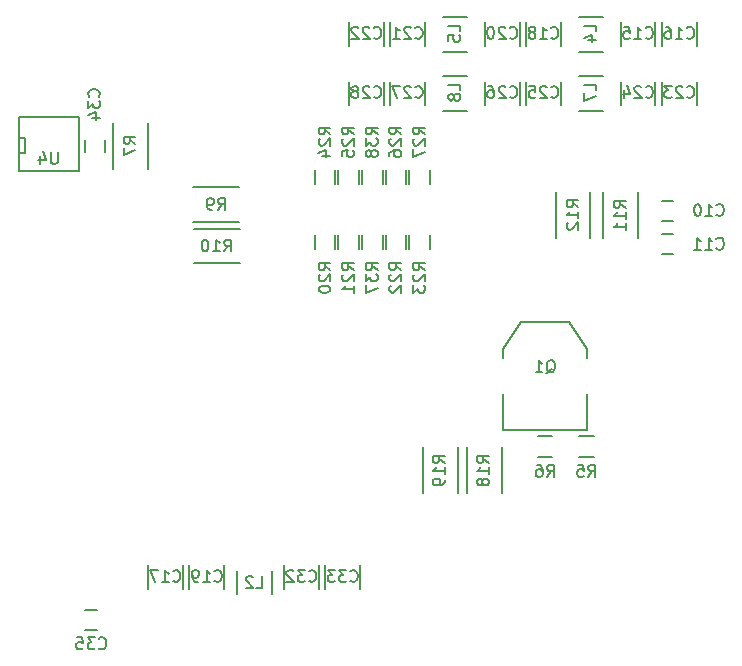
<source format=gbo>
G04 #@! TF.FileFunction,Legend,Bot*
%FSLAX46Y46*%
G04 Gerber Fmt 4.6, Leading zero omitted, Abs format (unit mm)*
G04 Created by KiCad (PCBNEW 4.0.5+dfsg1-4) date Tue May 30 16:14:19 2017*
%MOMM*%
%LPD*%
G01*
G04 APERTURE LIST*
%ADD10C,0.100000*%
%ADD11C,0.150000*%
%ADD12C,1.200000*%
%ADD13R,1.200000X2.700000*%
%ADD14R,1.200000X1.450000*%
%ADD15R,0.708000X1.343000*%
%ADD16R,1.927200X1.927200*%
%ADD17O,1.927200X1.927200*%
%ADD18R,2.700000X1.200000*%
%ADD19R,1.450000X1.200000*%
%ADD20R,3.857600X2.232000*%
%ADD21R,1.216000X2.232000*%
%ADD22R,0.900000X1.500000*%
%ADD23C,12.200000*%
%ADD24R,1.500000X0.900000*%
%ADD25R,2.232000X2.232000*%
%ADD26O,2.232000X2.232000*%
%ADD27C,2.232000*%
%ADD28C,1.724000*%
%ADD29R,1.927200X2.232000*%
%ADD30O,1.927200X2.232000*%
G04 APERTURE END LIST*
D10*
D11*
X88224788Y-83525000D02*
X84324788Y-83525000D01*
X84324788Y-86475000D02*
X88224788Y-86475000D01*
X125000000Y-89202346D02*
X124000000Y-89202346D01*
X124000000Y-87502346D02*
X125000000Y-87502346D01*
X69555000Y-82111000D02*
X74635000Y-82111000D01*
X74635000Y-82111000D02*
X74635000Y-77539000D01*
X74635000Y-77539000D02*
X69555000Y-77539000D01*
X69555000Y-77539000D02*
X69555000Y-82111000D01*
X69555000Y-80587000D02*
X70063000Y-80587000D01*
X70063000Y-80587000D02*
X70063000Y-79317000D01*
X70063000Y-79317000D02*
X69555000Y-79317000D01*
X120525000Y-71573638D02*
X120525000Y-69573638D01*
X123475000Y-69573638D02*
X123475000Y-71573638D01*
X124025000Y-71573638D02*
X124025000Y-69573638D01*
X126975000Y-69573638D02*
X126975000Y-71573638D01*
X83475000Y-115500000D02*
X83475000Y-117500000D01*
X80525000Y-117500000D02*
X80525000Y-115500000D01*
X112525000Y-71573638D02*
X112525000Y-69573638D01*
X115475000Y-69573638D02*
X115475000Y-71573638D01*
X86975000Y-115500000D02*
X86975000Y-117500000D01*
X84025000Y-117500000D02*
X84025000Y-115500000D01*
X109025000Y-71573638D02*
X109025000Y-69573638D01*
X111975000Y-69573638D02*
X111975000Y-71573638D01*
X101025000Y-71573638D02*
X101025000Y-69573638D01*
X103975000Y-69573638D02*
X103975000Y-71573638D01*
X97525000Y-71573638D02*
X97525000Y-69573638D01*
X100475000Y-69573638D02*
X100475000Y-71573638D01*
X124025000Y-76573638D02*
X124025000Y-74573638D01*
X126975000Y-74573638D02*
X126975000Y-76573638D01*
X120525000Y-76573638D02*
X120525000Y-74573638D01*
X123475000Y-74573638D02*
X123475000Y-76573638D01*
X112525000Y-76573638D02*
X112525000Y-74573638D01*
X115475000Y-74573638D02*
X115475000Y-76573638D01*
X109025000Y-76573638D02*
X109025000Y-74573638D01*
X111975000Y-74573638D02*
X111975000Y-76573638D01*
X101025000Y-76573638D02*
X101025000Y-74573638D01*
X103975000Y-74573638D02*
X103975000Y-76573638D01*
X97525000Y-76573638D02*
X97525000Y-74573638D01*
X100475000Y-74573638D02*
X100475000Y-76573638D01*
X94975000Y-115500000D02*
X94975000Y-117500000D01*
X92025000Y-117500000D02*
X92025000Y-115500000D01*
X98475000Y-115500000D02*
X98475000Y-117500000D01*
X95525000Y-117500000D02*
X95525000Y-115500000D01*
X75150000Y-80500000D02*
X75150000Y-79500000D01*
X76850000Y-79500000D02*
X76850000Y-80500000D01*
X75202876Y-119340452D02*
X76202876Y-119340452D01*
X76202876Y-121040452D02*
X75202876Y-121040452D01*
X90975000Y-116000000D02*
X90975000Y-118000000D01*
X88025000Y-118000000D02*
X88025000Y-116000000D01*
X117000000Y-69098638D02*
X119000000Y-69098638D01*
X119000000Y-72048638D02*
X117000000Y-72048638D01*
X105500000Y-69098638D02*
X107500000Y-69098638D01*
X107500000Y-72048638D02*
X105500000Y-72048638D01*
X119000000Y-77048638D02*
X117000000Y-77048638D01*
X117000000Y-74098638D02*
X119000000Y-74098638D01*
X107500000Y-77048638D02*
X105500000Y-77048638D01*
X105500000Y-74098638D02*
X107500000Y-74098638D01*
X117694692Y-101008396D02*
X117694692Y-104056396D01*
X117694692Y-104056396D02*
X110582692Y-104056396D01*
X110582692Y-104056396D02*
X110582692Y-101008396D01*
X117694692Y-97960396D02*
X117694692Y-97198396D01*
X117694692Y-97198396D02*
X116170692Y-94912396D01*
X116170692Y-94912396D02*
X112106692Y-94912396D01*
X112106692Y-94912396D02*
X110582692Y-97198396D01*
X110582692Y-97198396D02*
X110582692Y-97960396D01*
X118238692Y-104609396D02*
X117038692Y-104609396D01*
X117038692Y-106359396D02*
X118238692Y-106359396D01*
X114738692Y-104609396D02*
X113538692Y-104609396D01*
X113538692Y-106359396D02*
X114738692Y-106359396D01*
X77525000Y-78050000D02*
X77525000Y-81950000D01*
X80475000Y-81950000D02*
X80475000Y-78050000D01*
X88274788Y-87025000D02*
X84374788Y-87025000D01*
X84374788Y-89975000D02*
X88274788Y-89975000D01*
X121975000Y-87852346D02*
X121975000Y-83952346D01*
X119025000Y-83952346D02*
X119025000Y-87852346D01*
X117975000Y-87802346D02*
X117975000Y-83902346D01*
X115025000Y-83902346D02*
X115025000Y-87802346D01*
X110475000Y-109450000D02*
X110475000Y-105550000D01*
X107525000Y-105550000D02*
X107525000Y-109450000D01*
X106725000Y-109450000D02*
X106725000Y-105550000D01*
X103775000Y-105550000D02*
X103775000Y-109450000D01*
X94625000Y-87583272D02*
X94625000Y-88783272D01*
X96375000Y-88783272D02*
X96375000Y-87583272D01*
X96625000Y-87583272D02*
X96625000Y-88783272D01*
X98375000Y-88783272D02*
X98375000Y-87583272D01*
X100625000Y-87583272D02*
X100625000Y-88783272D01*
X102375000Y-88783272D02*
X102375000Y-87583272D01*
X102625000Y-87583272D02*
X102625000Y-88783272D01*
X104375000Y-88783272D02*
X104375000Y-87583272D01*
X94625000Y-82083272D02*
X94625000Y-83283272D01*
X96375000Y-83283272D02*
X96375000Y-82083272D01*
X96625000Y-82083272D02*
X96625000Y-83283272D01*
X98375000Y-83283272D02*
X98375000Y-82083272D01*
X100625000Y-82083272D02*
X100625000Y-83283272D01*
X102375000Y-83283272D02*
X102375000Y-82083272D01*
X102625000Y-82083272D02*
X102625000Y-83283272D01*
X104375000Y-83283272D02*
X104375000Y-82083272D01*
X98625000Y-87583272D02*
X98625000Y-88783272D01*
X100375000Y-88783272D02*
X100375000Y-87583272D01*
X98625000Y-82083272D02*
X98625000Y-83283272D01*
X100375000Y-83283272D02*
X100375000Y-82083272D01*
X125000000Y-86350000D02*
X124000000Y-86350000D01*
X124000000Y-84650000D02*
X125000000Y-84650000D01*
X86441454Y-85452381D02*
X86774788Y-84976190D01*
X87012883Y-85452381D02*
X87012883Y-84452381D01*
X86631930Y-84452381D01*
X86536692Y-84500000D01*
X86489073Y-84547619D01*
X86441454Y-84642857D01*
X86441454Y-84785714D01*
X86489073Y-84880952D01*
X86536692Y-84928571D01*
X86631930Y-84976190D01*
X87012883Y-84976190D01*
X85965264Y-85452381D02*
X85774788Y-85452381D01*
X85679549Y-85404762D01*
X85631930Y-85357143D01*
X85536692Y-85214286D01*
X85489073Y-85023810D01*
X85489073Y-84642857D01*
X85536692Y-84547619D01*
X85584311Y-84500000D01*
X85679549Y-84452381D01*
X85870026Y-84452381D01*
X85965264Y-84500000D01*
X86012883Y-84547619D01*
X86060502Y-84642857D01*
X86060502Y-84880952D01*
X86012883Y-84976190D01*
X85965264Y-85023810D01*
X85870026Y-85071429D01*
X85679549Y-85071429D01*
X85584311Y-85023810D01*
X85536692Y-84976190D01*
X85489073Y-84880952D01*
X128642857Y-88709489D02*
X128690476Y-88757108D01*
X128833333Y-88804727D01*
X128928571Y-88804727D01*
X129071429Y-88757108D01*
X129166667Y-88661870D01*
X129214286Y-88566632D01*
X129261905Y-88376156D01*
X129261905Y-88233298D01*
X129214286Y-88042822D01*
X129166667Y-87947584D01*
X129071429Y-87852346D01*
X128928571Y-87804727D01*
X128833333Y-87804727D01*
X128690476Y-87852346D01*
X128642857Y-87899965D01*
X127690476Y-88804727D02*
X128261905Y-88804727D01*
X127976191Y-88804727D02*
X127976191Y-87804727D01*
X128071429Y-87947584D01*
X128166667Y-88042822D01*
X128261905Y-88090441D01*
X126738095Y-88804727D02*
X127309524Y-88804727D01*
X127023810Y-88804727D02*
X127023810Y-87804727D01*
X127119048Y-87947584D01*
X127214286Y-88042822D01*
X127309524Y-88090441D01*
X72856905Y-80547381D02*
X72856905Y-81356905D01*
X72809286Y-81452143D01*
X72761667Y-81499762D01*
X72666429Y-81547381D01*
X72475952Y-81547381D01*
X72380714Y-81499762D01*
X72333095Y-81452143D01*
X72285476Y-81356905D01*
X72285476Y-80547381D01*
X71380714Y-80880714D02*
X71380714Y-81547381D01*
X71618810Y-80499762D02*
X71856905Y-81214048D01*
X71237857Y-81214048D01*
X122642857Y-70857143D02*
X122690476Y-70904762D01*
X122833333Y-70952381D01*
X122928571Y-70952381D01*
X123071429Y-70904762D01*
X123166667Y-70809524D01*
X123214286Y-70714286D01*
X123261905Y-70523810D01*
X123261905Y-70380952D01*
X123214286Y-70190476D01*
X123166667Y-70095238D01*
X123071429Y-70000000D01*
X122928571Y-69952381D01*
X122833333Y-69952381D01*
X122690476Y-70000000D01*
X122642857Y-70047619D01*
X121690476Y-70952381D02*
X122261905Y-70952381D01*
X121976191Y-70952381D02*
X121976191Y-69952381D01*
X122071429Y-70095238D01*
X122166667Y-70190476D01*
X122261905Y-70238095D01*
X120785714Y-69952381D02*
X121261905Y-69952381D01*
X121309524Y-70428571D01*
X121261905Y-70380952D01*
X121166667Y-70333333D01*
X120928571Y-70333333D01*
X120833333Y-70380952D01*
X120785714Y-70428571D01*
X120738095Y-70523810D01*
X120738095Y-70761905D01*
X120785714Y-70857143D01*
X120833333Y-70904762D01*
X120928571Y-70952381D01*
X121166667Y-70952381D01*
X121261905Y-70904762D01*
X121309524Y-70857143D01*
X126142857Y-70857143D02*
X126190476Y-70904762D01*
X126333333Y-70952381D01*
X126428571Y-70952381D01*
X126571429Y-70904762D01*
X126666667Y-70809524D01*
X126714286Y-70714286D01*
X126761905Y-70523810D01*
X126761905Y-70380952D01*
X126714286Y-70190476D01*
X126666667Y-70095238D01*
X126571429Y-70000000D01*
X126428571Y-69952381D01*
X126333333Y-69952381D01*
X126190476Y-70000000D01*
X126142857Y-70047619D01*
X125190476Y-70952381D02*
X125761905Y-70952381D01*
X125476191Y-70952381D02*
X125476191Y-69952381D01*
X125571429Y-70095238D01*
X125666667Y-70190476D01*
X125761905Y-70238095D01*
X124333333Y-69952381D02*
X124523810Y-69952381D01*
X124619048Y-70000000D01*
X124666667Y-70047619D01*
X124761905Y-70190476D01*
X124809524Y-70380952D01*
X124809524Y-70761905D01*
X124761905Y-70857143D01*
X124714286Y-70904762D01*
X124619048Y-70952381D01*
X124428571Y-70952381D01*
X124333333Y-70904762D01*
X124285714Y-70857143D01*
X124238095Y-70761905D01*
X124238095Y-70523810D01*
X124285714Y-70428571D01*
X124333333Y-70380952D01*
X124428571Y-70333333D01*
X124619048Y-70333333D01*
X124714286Y-70380952D01*
X124761905Y-70428571D01*
X124809524Y-70523810D01*
X82642857Y-116857143D02*
X82690476Y-116904762D01*
X82833333Y-116952381D01*
X82928571Y-116952381D01*
X83071429Y-116904762D01*
X83166667Y-116809524D01*
X83214286Y-116714286D01*
X83261905Y-116523810D01*
X83261905Y-116380952D01*
X83214286Y-116190476D01*
X83166667Y-116095238D01*
X83071429Y-116000000D01*
X82928571Y-115952381D01*
X82833333Y-115952381D01*
X82690476Y-116000000D01*
X82642857Y-116047619D01*
X81690476Y-116952381D02*
X82261905Y-116952381D01*
X81976191Y-116952381D02*
X81976191Y-115952381D01*
X82071429Y-116095238D01*
X82166667Y-116190476D01*
X82261905Y-116238095D01*
X81357143Y-115952381D02*
X80690476Y-115952381D01*
X81119048Y-116952381D01*
X114642857Y-70857143D02*
X114690476Y-70904762D01*
X114833333Y-70952381D01*
X114928571Y-70952381D01*
X115071429Y-70904762D01*
X115166667Y-70809524D01*
X115214286Y-70714286D01*
X115261905Y-70523810D01*
X115261905Y-70380952D01*
X115214286Y-70190476D01*
X115166667Y-70095238D01*
X115071429Y-70000000D01*
X114928571Y-69952381D01*
X114833333Y-69952381D01*
X114690476Y-70000000D01*
X114642857Y-70047619D01*
X113690476Y-70952381D02*
X114261905Y-70952381D01*
X113976191Y-70952381D02*
X113976191Y-69952381D01*
X114071429Y-70095238D01*
X114166667Y-70190476D01*
X114261905Y-70238095D01*
X113119048Y-70380952D02*
X113214286Y-70333333D01*
X113261905Y-70285714D01*
X113309524Y-70190476D01*
X113309524Y-70142857D01*
X113261905Y-70047619D01*
X113214286Y-70000000D01*
X113119048Y-69952381D01*
X112928571Y-69952381D01*
X112833333Y-70000000D01*
X112785714Y-70047619D01*
X112738095Y-70142857D01*
X112738095Y-70190476D01*
X112785714Y-70285714D01*
X112833333Y-70333333D01*
X112928571Y-70380952D01*
X113119048Y-70380952D01*
X113214286Y-70428571D01*
X113261905Y-70476190D01*
X113309524Y-70571429D01*
X113309524Y-70761905D01*
X113261905Y-70857143D01*
X113214286Y-70904762D01*
X113119048Y-70952381D01*
X112928571Y-70952381D01*
X112833333Y-70904762D01*
X112785714Y-70857143D01*
X112738095Y-70761905D01*
X112738095Y-70571429D01*
X112785714Y-70476190D01*
X112833333Y-70428571D01*
X112928571Y-70380952D01*
X86142857Y-116857143D02*
X86190476Y-116904762D01*
X86333333Y-116952381D01*
X86428571Y-116952381D01*
X86571429Y-116904762D01*
X86666667Y-116809524D01*
X86714286Y-116714286D01*
X86761905Y-116523810D01*
X86761905Y-116380952D01*
X86714286Y-116190476D01*
X86666667Y-116095238D01*
X86571429Y-116000000D01*
X86428571Y-115952381D01*
X86333333Y-115952381D01*
X86190476Y-116000000D01*
X86142857Y-116047619D01*
X85190476Y-116952381D02*
X85761905Y-116952381D01*
X85476191Y-116952381D02*
X85476191Y-115952381D01*
X85571429Y-116095238D01*
X85666667Y-116190476D01*
X85761905Y-116238095D01*
X84714286Y-116952381D02*
X84523810Y-116952381D01*
X84428571Y-116904762D01*
X84380952Y-116857143D01*
X84285714Y-116714286D01*
X84238095Y-116523810D01*
X84238095Y-116142857D01*
X84285714Y-116047619D01*
X84333333Y-116000000D01*
X84428571Y-115952381D01*
X84619048Y-115952381D01*
X84714286Y-116000000D01*
X84761905Y-116047619D01*
X84809524Y-116142857D01*
X84809524Y-116380952D01*
X84761905Y-116476190D01*
X84714286Y-116523810D01*
X84619048Y-116571429D01*
X84428571Y-116571429D01*
X84333333Y-116523810D01*
X84285714Y-116476190D01*
X84238095Y-116380952D01*
X111142857Y-70857143D02*
X111190476Y-70904762D01*
X111333333Y-70952381D01*
X111428571Y-70952381D01*
X111571429Y-70904762D01*
X111666667Y-70809524D01*
X111714286Y-70714286D01*
X111761905Y-70523810D01*
X111761905Y-70380952D01*
X111714286Y-70190476D01*
X111666667Y-70095238D01*
X111571429Y-70000000D01*
X111428571Y-69952381D01*
X111333333Y-69952381D01*
X111190476Y-70000000D01*
X111142857Y-70047619D01*
X110761905Y-70047619D02*
X110714286Y-70000000D01*
X110619048Y-69952381D01*
X110380952Y-69952381D01*
X110285714Y-70000000D01*
X110238095Y-70047619D01*
X110190476Y-70142857D01*
X110190476Y-70238095D01*
X110238095Y-70380952D01*
X110809524Y-70952381D01*
X110190476Y-70952381D01*
X109571429Y-69952381D02*
X109476190Y-69952381D01*
X109380952Y-70000000D01*
X109333333Y-70047619D01*
X109285714Y-70142857D01*
X109238095Y-70333333D01*
X109238095Y-70571429D01*
X109285714Y-70761905D01*
X109333333Y-70857143D01*
X109380952Y-70904762D01*
X109476190Y-70952381D01*
X109571429Y-70952381D01*
X109666667Y-70904762D01*
X109714286Y-70857143D01*
X109761905Y-70761905D01*
X109809524Y-70571429D01*
X109809524Y-70333333D01*
X109761905Y-70142857D01*
X109714286Y-70047619D01*
X109666667Y-70000000D01*
X109571429Y-69952381D01*
X103142857Y-70857143D02*
X103190476Y-70904762D01*
X103333333Y-70952381D01*
X103428571Y-70952381D01*
X103571429Y-70904762D01*
X103666667Y-70809524D01*
X103714286Y-70714286D01*
X103761905Y-70523810D01*
X103761905Y-70380952D01*
X103714286Y-70190476D01*
X103666667Y-70095238D01*
X103571429Y-70000000D01*
X103428571Y-69952381D01*
X103333333Y-69952381D01*
X103190476Y-70000000D01*
X103142857Y-70047619D01*
X102761905Y-70047619D02*
X102714286Y-70000000D01*
X102619048Y-69952381D01*
X102380952Y-69952381D01*
X102285714Y-70000000D01*
X102238095Y-70047619D01*
X102190476Y-70142857D01*
X102190476Y-70238095D01*
X102238095Y-70380952D01*
X102809524Y-70952381D01*
X102190476Y-70952381D01*
X101238095Y-70952381D02*
X101809524Y-70952381D01*
X101523810Y-70952381D02*
X101523810Y-69952381D01*
X101619048Y-70095238D01*
X101714286Y-70190476D01*
X101809524Y-70238095D01*
X99642857Y-70857143D02*
X99690476Y-70904762D01*
X99833333Y-70952381D01*
X99928571Y-70952381D01*
X100071429Y-70904762D01*
X100166667Y-70809524D01*
X100214286Y-70714286D01*
X100261905Y-70523810D01*
X100261905Y-70380952D01*
X100214286Y-70190476D01*
X100166667Y-70095238D01*
X100071429Y-70000000D01*
X99928571Y-69952381D01*
X99833333Y-69952381D01*
X99690476Y-70000000D01*
X99642857Y-70047619D01*
X99261905Y-70047619D02*
X99214286Y-70000000D01*
X99119048Y-69952381D01*
X98880952Y-69952381D01*
X98785714Y-70000000D01*
X98738095Y-70047619D01*
X98690476Y-70142857D01*
X98690476Y-70238095D01*
X98738095Y-70380952D01*
X99309524Y-70952381D01*
X98690476Y-70952381D01*
X98309524Y-70047619D02*
X98261905Y-70000000D01*
X98166667Y-69952381D01*
X97928571Y-69952381D01*
X97833333Y-70000000D01*
X97785714Y-70047619D01*
X97738095Y-70142857D01*
X97738095Y-70238095D01*
X97785714Y-70380952D01*
X98357143Y-70952381D01*
X97738095Y-70952381D01*
X126142857Y-75857143D02*
X126190476Y-75904762D01*
X126333333Y-75952381D01*
X126428571Y-75952381D01*
X126571429Y-75904762D01*
X126666667Y-75809524D01*
X126714286Y-75714286D01*
X126761905Y-75523810D01*
X126761905Y-75380952D01*
X126714286Y-75190476D01*
X126666667Y-75095238D01*
X126571429Y-75000000D01*
X126428571Y-74952381D01*
X126333333Y-74952381D01*
X126190476Y-75000000D01*
X126142857Y-75047619D01*
X125761905Y-75047619D02*
X125714286Y-75000000D01*
X125619048Y-74952381D01*
X125380952Y-74952381D01*
X125285714Y-75000000D01*
X125238095Y-75047619D01*
X125190476Y-75142857D01*
X125190476Y-75238095D01*
X125238095Y-75380952D01*
X125809524Y-75952381D01*
X125190476Y-75952381D01*
X124857143Y-74952381D02*
X124238095Y-74952381D01*
X124571429Y-75333333D01*
X124428571Y-75333333D01*
X124333333Y-75380952D01*
X124285714Y-75428571D01*
X124238095Y-75523810D01*
X124238095Y-75761905D01*
X124285714Y-75857143D01*
X124333333Y-75904762D01*
X124428571Y-75952381D01*
X124714286Y-75952381D01*
X124809524Y-75904762D01*
X124857143Y-75857143D01*
X122642857Y-75857143D02*
X122690476Y-75904762D01*
X122833333Y-75952381D01*
X122928571Y-75952381D01*
X123071429Y-75904762D01*
X123166667Y-75809524D01*
X123214286Y-75714286D01*
X123261905Y-75523810D01*
X123261905Y-75380952D01*
X123214286Y-75190476D01*
X123166667Y-75095238D01*
X123071429Y-75000000D01*
X122928571Y-74952381D01*
X122833333Y-74952381D01*
X122690476Y-75000000D01*
X122642857Y-75047619D01*
X122261905Y-75047619D02*
X122214286Y-75000000D01*
X122119048Y-74952381D01*
X121880952Y-74952381D01*
X121785714Y-75000000D01*
X121738095Y-75047619D01*
X121690476Y-75142857D01*
X121690476Y-75238095D01*
X121738095Y-75380952D01*
X122309524Y-75952381D01*
X121690476Y-75952381D01*
X120833333Y-75285714D02*
X120833333Y-75952381D01*
X121071429Y-74904762D02*
X121309524Y-75619048D01*
X120690476Y-75619048D01*
X114642857Y-75857143D02*
X114690476Y-75904762D01*
X114833333Y-75952381D01*
X114928571Y-75952381D01*
X115071429Y-75904762D01*
X115166667Y-75809524D01*
X115214286Y-75714286D01*
X115261905Y-75523810D01*
X115261905Y-75380952D01*
X115214286Y-75190476D01*
X115166667Y-75095238D01*
X115071429Y-75000000D01*
X114928571Y-74952381D01*
X114833333Y-74952381D01*
X114690476Y-75000000D01*
X114642857Y-75047619D01*
X114261905Y-75047619D02*
X114214286Y-75000000D01*
X114119048Y-74952381D01*
X113880952Y-74952381D01*
X113785714Y-75000000D01*
X113738095Y-75047619D01*
X113690476Y-75142857D01*
X113690476Y-75238095D01*
X113738095Y-75380952D01*
X114309524Y-75952381D01*
X113690476Y-75952381D01*
X112785714Y-74952381D02*
X113261905Y-74952381D01*
X113309524Y-75428571D01*
X113261905Y-75380952D01*
X113166667Y-75333333D01*
X112928571Y-75333333D01*
X112833333Y-75380952D01*
X112785714Y-75428571D01*
X112738095Y-75523810D01*
X112738095Y-75761905D01*
X112785714Y-75857143D01*
X112833333Y-75904762D01*
X112928571Y-75952381D01*
X113166667Y-75952381D01*
X113261905Y-75904762D01*
X113309524Y-75857143D01*
X111142857Y-75857143D02*
X111190476Y-75904762D01*
X111333333Y-75952381D01*
X111428571Y-75952381D01*
X111571429Y-75904762D01*
X111666667Y-75809524D01*
X111714286Y-75714286D01*
X111761905Y-75523810D01*
X111761905Y-75380952D01*
X111714286Y-75190476D01*
X111666667Y-75095238D01*
X111571429Y-75000000D01*
X111428571Y-74952381D01*
X111333333Y-74952381D01*
X111190476Y-75000000D01*
X111142857Y-75047619D01*
X110761905Y-75047619D02*
X110714286Y-75000000D01*
X110619048Y-74952381D01*
X110380952Y-74952381D01*
X110285714Y-75000000D01*
X110238095Y-75047619D01*
X110190476Y-75142857D01*
X110190476Y-75238095D01*
X110238095Y-75380952D01*
X110809524Y-75952381D01*
X110190476Y-75952381D01*
X109333333Y-74952381D02*
X109523810Y-74952381D01*
X109619048Y-75000000D01*
X109666667Y-75047619D01*
X109761905Y-75190476D01*
X109809524Y-75380952D01*
X109809524Y-75761905D01*
X109761905Y-75857143D01*
X109714286Y-75904762D01*
X109619048Y-75952381D01*
X109428571Y-75952381D01*
X109333333Y-75904762D01*
X109285714Y-75857143D01*
X109238095Y-75761905D01*
X109238095Y-75523810D01*
X109285714Y-75428571D01*
X109333333Y-75380952D01*
X109428571Y-75333333D01*
X109619048Y-75333333D01*
X109714286Y-75380952D01*
X109761905Y-75428571D01*
X109809524Y-75523810D01*
X103142857Y-75857143D02*
X103190476Y-75904762D01*
X103333333Y-75952381D01*
X103428571Y-75952381D01*
X103571429Y-75904762D01*
X103666667Y-75809524D01*
X103714286Y-75714286D01*
X103761905Y-75523810D01*
X103761905Y-75380952D01*
X103714286Y-75190476D01*
X103666667Y-75095238D01*
X103571429Y-75000000D01*
X103428571Y-74952381D01*
X103333333Y-74952381D01*
X103190476Y-75000000D01*
X103142857Y-75047619D01*
X102761905Y-75047619D02*
X102714286Y-75000000D01*
X102619048Y-74952381D01*
X102380952Y-74952381D01*
X102285714Y-75000000D01*
X102238095Y-75047619D01*
X102190476Y-75142857D01*
X102190476Y-75238095D01*
X102238095Y-75380952D01*
X102809524Y-75952381D01*
X102190476Y-75952381D01*
X101857143Y-74952381D02*
X101190476Y-74952381D01*
X101619048Y-75952381D01*
X99642857Y-75857143D02*
X99690476Y-75904762D01*
X99833333Y-75952381D01*
X99928571Y-75952381D01*
X100071429Y-75904762D01*
X100166667Y-75809524D01*
X100214286Y-75714286D01*
X100261905Y-75523810D01*
X100261905Y-75380952D01*
X100214286Y-75190476D01*
X100166667Y-75095238D01*
X100071429Y-75000000D01*
X99928571Y-74952381D01*
X99833333Y-74952381D01*
X99690476Y-75000000D01*
X99642857Y-75047619D01*
X99261905Y-75047619D02*
X99214286Y-75000000D01*
X99119048Y-74952381D01*
X98880952Y-74952381D01*
X98785714Y-75000000D01*
X98738095Y-75047619D01*
X98690476Y-75142857D01*
X98690476Y-75238095D01*
X98738095Y-75380952D01*
X99309524Y-75952381D01*
X98690476Y-75952381D01*
X98119048Y-75380952D02*
X98214286Y-75333333D01*
X98261905Y-75285714D01*
X98309524Y-75190476D01*
X98309524Y-75142857D01*
X98261905Y-75047619D01*
X98214286Y-75000000D01*
X98119048Y-74952381D01*
X97928571Y-74952381D01*
X97833333Y-75000000D01*
X97785714Y-75047619D01*
X97738095Y-75142857D01*
X97738095Y-75190476D01*
X97785714Y-75285714D01*
X97833333Y-75333333D01*
X97928571Y-75380952D01*
X98119048Y-75380952D01*
X98214286Y-75428571D01*
X98261905Y-75476190D01*
X98309524Y-75571429D01*
X98309524Y-75761905D01*
X98261905Y-75857143D01*
X98214286Y-75904762D01*
X98119048Y-75952381D01*
X97928571Y-75952381D01*
X97833333Y-75904762D01*
X97785714Y-75857143D01*
X97738095Y-75761905D01*
X97738095Y-75571429D01*
X97785714Y-75476190D01*
X97833333Y-75428571D01*
X97928571Y-75380952D01*
X94142857Y-116857143D02*
X94190476Y-116904762D01*
X94333333Y-116952381D01*
X94428571Y-116952381D01*
X94571429Y-116904762D01*
X94666667Y-116809524D01*
X94714286Y-116714286D01*
X94761905Y-116523810D01*
X94761905Y-116380952D01*
X94714286Y-116190476D01*
X94666667Y-116095238D01*
X94571429Y-116000000D01*
X94428571Y-115952381D01*
X94333333Y-115952381D01*
X94190476Y-116000000D01*
X94142857Y-116047619D01*
X93809524Y-115952381D02*
X93190476Y-115952381D01*
X93523810Y-116333333D01*
X93380952Y-116333333D01*
X93285714Y-116380952D01*
X93238095Y-116428571D01*
X93190476Y-116523810D01*
X93190476Y-116761905D01*
X93238095Y-116857143D01*
X93285714Y-116904762D01*
X93380952Y-116952381D01*
X93666667Y-116952381D01*
X93761905Y-116904762D01*
X93809524Y-116857143D01*
X92809524Y-116047619D02*
X92761905Y-116000000D01*
X92666667Y-115952381D01*
X92428571Y-115952381D01*
X92333333Y-116000000D01*
X92285714Y-116047619D01*
X92238095Y-116142857D01*
X92238095Y-116238095D01*
X92285714Y-116380952D01*
X92857143Y-116952381D01*
X92238095Y-116952381D01*
X97642857Y-116857143D02*
X97690476Y-116904762D01*
X97833333Y-116952381D01*
X97928571Y-116952381D01*
X98071429Y-116904762D01*
X98166667Y-116809524D01*
X98214286Y-116714286D01*
X98261905Y-116523810D01*
X98261905Y-116380952D01*
X98214286Y-116190476D01*
X98166667Y-116095238D01*
X98071429Y-116000000D01*
X97928571Y-115952381D01*
X97833333Y-115952381D01*
X97690476Y-116000000D01*
X97642857Y-116047619D01*
X97309524Y-115952381D02*
X96690476Y-115952381D01*
X97023810Y-116333333D01*
X96880952Y-116333333D01*
X96785714Y-116380952D01*
X96738095Y-116428571D01*
X96690476Y-116523810D01*
X96690476Y-116761905D01*
X96738095Y-116857143D01*
X96785714Y-116904762D01*
X96880952Y-116952381D01*
X97166667Y-116952381D01*
X97261905Y-116904762D01*
X97309524Y-116857143D01*
X96357143Y-115952381D02*
X95738095Y-115952381D01*
X96071429Y-116333333D01*
X95928571Y-116333333D01*
X95833333Y-116380952D01*
X95785714Y-116428571D01*
X95738095Y-116523810D01*
X95738095Y-116761905D01*
X95785714Y-116857143D01*
X95833333Y-116904762D01*
X95928571Y-116952381D01*
X96214286Y-116952381D01*
X96309524Y-116904762D01*
X96357143Y-116857143D01*
X76357143Y-75857143D02*
X76404762Y-75809524D01*
X76452381Y-75666667D01*
X76452381Y-75571429D01*
X76404762Y-75428571D01*
X76309524Y-75333333D01*
X76214286Y-75285714D01*
X76023810Y-75238095D01*
X75880952Y-75238095D01*
X75690476Y-75285714D01*
X75595238Y-75333333D01*
X75500000Y-75428571D01*
X75452381Y-75571429D01*
X75452381Y-75666667D01*
X75500000Y-75809524D01*
X75547619Y-75857143D01*
X75452381Y-76190476D02*
X75452381Y-76809524D01*
X75833333Y-76476190D01*
X75833333Y-76619048D01*
X75880952Y-76714286D01*
X75928571Y-76761905D01*
X76023810Y-76809524D01*
X76261905Y-76809524D01*
X76357143Y-76761905D01*
X76404762Y-76714286D01*
X76452381Y-76619048D01*
X76452381Y-76333333D01*
X76404762Y-76238095D01*
X76357143Y-76190476D01*
X75785714Y-77666667D02*
X76452381Y-77666667D01*
X75404762Y-77428571D02*
X76119048Y-77190476D01*
X76119048Y-77809524D01*
X76345733Y-122547595D02*
X76393352Y-122595214D01*
X76536209Y-122642833D01*
X76631447Y-122642833D01*
X76774305Y-122595214D01*
X76869543Y-122499976D01*
X76917162Y-122404738D01*
X76964781Y-122214262D01*
X76964781Y-122071404D01*
X76917162Y-121880928D01*
X76869543Y-121785690D01*
X76774305Y-121690452D01*
X76631447Y-121642833D01*
X76536209Y-121642833D01*
X76393352Y-121690452D01*
X76345733Y-121738071D01*
X76012400Y-121642833D02*
X75393352Y-121642833D01*
X75726686Y-122023785D01*
X75583828Y-122023785D01*
X75488590Y-122071404D01*
X75440971Y-122119023D01*
X75393352Y-122214262D01*
X75393352Y-122452357D01*
X75440971Y-122547595D01*
X75488590Y-122595214D01*
X75583828Y-122642833D01*
X75869543Y-122642833D01*
X75964781Y-122595214D01*
X76012400Y-122547595D01*
X74488590Y-121642833D02*
X74964781Y-121642833D01*
X75012400Y-122119023D01*
X74964781Y-122071404D01*
X74869543Y-122023785D01*
X74631447Y-122023785D01*
X74536209Y-122071404D01*
X74488590Y-122119023D01*
X74440971Y-122214262D01*
X74440971Y-122452357D01*
X74488590Y-122547595D01*
X74536209Y-122595214D01*
X74631447Y-122642833D01*
X74869543Y-122642833D01*
X74964781Y-122595214D01*
X75012400Y-122547595D01*
X89666666Y-117452381D02*
X90142857Y-117452381D01*
X90142857Y-116452381D01*
X89380952Y-116547619D02*
X89333333Y-116500000D01*
X89238095Y-116452381D01*
X88999999Y-116452381D01*
X88904761Y-116500000D01*
X88857142Y-116547619D01*
X88809523Y-116642857D01*
X88809523Y-116738095D01*
X88857142Y-116880952D01*
X89428571Y-117452381D01*
X88809523Y-117452381D01*
X118452381Y-70333334D02*
X118452381Y-69857143D01*
X117452381Y-69857143D01*
X117785714Y-71095239D02*
X118452381Y-71095239D01*
X117404762Y-70857143D02*
X118119048Y-70619048D01*
X118119048Y-71238096D01*
X106952381Y-70333334D02*
X106952381Y-69857143D01*
X105952381Y-69857143D01*
X105952381Y-71142858D02*
X105952381Y-70666667D01*
X106428571Y-70619048D01*
X106380952Y-70666667D01*
X106333333Y-70761905D01*
X106333333Y-71000001D01*
X106380952Y-71095239D01*
X106428571Y-71142858D01*
X106523810Y-71190477D01*
X106761905Y-71190477D01*
X106857143Y-71142858D01*
X106904762Y-71095239D01*
X106952381Y-71000001D01*
X106952381Y-70761905D01*
X106904762Y-70666667D01*
X106857143Y-70619048D01*
X118452381Y-75333334D02*
X118452381Y-74857143D01*
X117452381Y-74857143D01*
X117452381Y-75571429D02*
X117452381Y-76238096D01*
X118452381Y-75809524D01*
X106952381Y-75333334D02*
X106952381Y-74857143D01*
X105952381Y-74857143D01*
X106380952Y-75809524D02*
X106333333Y-75714286D01*
X106285714Y-75666667D01*
X106190476Y-75619048D01*
X106142857Y-75619048D01*
X106047619Y-75666667D01*
X106000000Y-75714286D01*
X105952381Y-75809524D01*
X105952381Y-76000001D01*
X106000000Y-76095239D01*
X106047619Y-76142858D01*
X106142857Y-76190477D01*
X106190476Y-76190477D01*
X106285714Y-76142858D01*
X106333333Y-76095239D01*
X106380952Y-76000001D01*
X106380952Y-75809524D01*
X106428571Y-75714286D01*
X106476190Y-75666667D01*
X106571429Y-75619048D01*
X106761905Y-75619048D01*
X106857143Y-75666667D01*
X106904762Y-75714286D01*
X106952381Y-75809524D01*
X106952381Y-76000001D01*
X106904762Y-76095239D01*
X106857143Y-76142858D01*
X106761905Y-76190477D01*
X106571429Y-76190477D01*
X106476190Y-76142858D01*
X106428571Y-76095239D01*
X106380952Y-76000001D01*
X114233930Y-99270015D02*
X114329168Y-99222396D01*
X114424406Y-99127158D01*
X114567263Y-98984301D01*
X114662502Y-98936682D01*
X114757740Y-98936682D01*
X114710121Y-99174777D02*
X114805359Y-99127158D01*
X114900597Y-99031920D01*
X114948216Y-98841444D01*
X114948216Y-98508110D01*
X114900597Y-98317634D01*
X114805359Y-98222396D01*
X114710121Y-98174777D01*
X114519644Y-98174777D01*
X114424406Y-98222396D01*
X114329168Y-98317634D01*
X114281549Y-98508110D01*
X114281549Y-98841444D01*
X114329168Y-99031920D01*
X114424406Y-99127158D01*
X114519644Y-99174777D01*
X114710121Y-99174777D01*
X113329168Y-99174777D02*
X113900597Y-99174777D01*
X113614883Y-99174777D02*
X113614883Y-98174777D01*
X113710121Y-98317634D01*
X113805359Y-98412872D01*
X113900597Y-98460491D01*
X117805358Y-108036777D02*
X118138692Y-107560586D01*
X118376787Y-108036777D02*
X118376787Y-107036777D01*
X117995834Y-107036777D01*
X117900596Y-107084396D01*
X117852977Y-107132015D01*
X117805358Y-107227253D01*
X117805358Y-107370110D01*
X117852977Y-107465348D01*
X117900596Y-107512967D01*
X117995834Y-107560586D01*
X118376787Y-107560586D01*
X116900596Y-107036777D02*
X117376787Y-107036777D01*
X117424406Y-107512967D01*
X117376787Y-107465348D01*
X117281549Y-107417729D01*
X117043453Y-107417729D01*
X116948215Y-107465348D01*
X116900596Y-107512967D01*
X116852977Y-107608206D01*
X116852977Y-107846301D01*
X116900596Y-107941539D01*
X116948215Y-107989158D01*
X117043453Y-108036777D01*
X117281549Y-108036777D01*
X117376787Y-107989158D01*
X117424406Y-107941539D01*
X114305358Y-108036777D02*
X114638692Y-107560586D01*
X114876787Y-108036777D02*
X114876787Y-107036777D01*
X114495834Y-107036777D01*
X114400596Y-107084396D01*
X114352977Y-107132015D01*
X114305358Y-107227253D01*
X114305358Y-107370110D01*
X114352977Y-107465348D01*
X114400596Y-107512967D01*
X114495834Y-107560586D01*
X114876787Y-107560586D01*
X113448215Y-107036777D02*
X113638692Y-107036777D01*
X113733930Y-107084396D01*
X113781549Y-107132015D01*
X113876787Y-107274872D01*
X113924406Y-107465348D01*
X113924406Y-107846301D01*
X113876787Y-107941539D01*
X113829168Y-107989158D01*
X113733930Y-108036777D01*
X113543453Y-108036777D01*
X113448215Y-107989158D01*
X113400596Y-107941539D01*
X113352977Y-107846301D01*
X113352977Y-107608206D01*
X113400596Y-107512967D01*
X113448215Y-107465348D01*
X113543453Y-107417729D01*
X113733930Y-107417729D01*
X113829168Y-107465348D01*
X113876787Y-107512967D01*
X113924406Y-107608206D01*
X79452381Y-79833334D02*
X78976190Y-79500000D01*
X79452381Y-79261905D02*
X78452381Y-79261905D01*
X78452381Y-79642858D01*
X78500000Y-79738096D01*
X78547619Y-79785715D01*
X78642857Y-79833334D01*
X78785714Y-79833334D01*
X78880952Y-79785715D01*
X78928571Y-79738096D01*
X78976190Y-79642858D01*
X78976190Y-79261905D01*
X78452381Y-80166667D02*
X78452381Y-80833334D01*
X79452381Y-80404762D01*
X86967645Y-88952381D02*
X87300979Y-88476190D01*
X87539074Y-88952381D02*
X87539074Y-87952381D01*
X87158121Y-87952381D01*
X87062883Y-88000000D01*
X87015264Y-88047619D01*
X86967645Y-88142857D01*
X86967645Y-88285714D01*
X87015264Y-88380952D01*
X87062883Y-88428571D01*
X87158121Y-88476190D01*
X87539074Y-88476190D01*
X86015264Y-88952381D02*
X86586693Y-88952381D01*
X86300979Y-88952381D02*
X86300979Y-87952381D01*
X86396217Y-88095238D01*
X86491455Y-88190476D01*
X86586693Y-88238095D01*
X85396217Y-87952381D02*
X85300978Y-87952381D01*
X85205740Y-88000000D01*
X85158121Y-88047619D01*
X85110502Y-88142857D01*
X85062883Y-88333333D01*
X85062883Y-88571429D01*
X85110502Y-88761905D01*
X85158121Y-88857143D01*
X85205740Y-88904762D01*
X85300978Y-88952381D01*
X85396217Y-88952381D01*
X85491455Y-88904762D01*
X85539074Y-88857143D01*
X85586693Y-88761905D01*
X85634312Y-88571429D01*
X85634312Y-88333333D01*
X85586693Y-88142857D01*
X85539074Y-88047619D01*
X85491455Y-88000000D01*
X85396217Y-87952381D01*
X120952381Y-85259489D02*
X120476190Y-84926155D01*
X120952381Y-84688060D02*
X119952381Y-84688060D01*
X119952381Y-85069013D01*
X120000000Y-85164251D01*
X120047619Y-85211870D01*
X120142857Y-85259489D01*
X120285714Y-85259489D01*
X120380952Y-85211870D01*
X120428571Y-85164251D01*
X120476190Y-85069013D01*
X120476190Y-84688060D01*
X120952381Y-86211870D02*
X120952381Y-85640441D01*
X120952381Y-85926155D02*
X119952381Y-85926155D01*
X120095238Y-85830917D01*
X120190476Y-85735679D01*
X120238095Y-85640441D01*
X120952381Y-87164251D02*
X120952381Y-86592822D01*
X120952381Y-86878536D02*
X119952381Y-86878536D01*
X120095238Y-86783298D01*
X120190476Y-86688060D01*
X120238095Y-86592822D01*
X116952381Y-85209489D02*
X116476190Y-84876155D01*
X116952381Y-84638060D02*
X115952381Y-84638060D01*
X115952381Y-85019013D01*
X116000000Y-85114251D01*
X116047619Y-85161870D01*
X116142857Y-85209489D01*
X116285714Y-85209489D01*
X116380952Y-85161870D01*
X116428571Y-85114251D01*
X116476190Y-85019013D01*
X116476190Y-84638060D01*
X116952381Y-86161870D02*
X116952381Y-85590441D01*
X116952381Y-85876155D02*
X115952381Y-85876155D01*
X116095238Y-85780917D01*
X116190476Y-85685679D01*
X116238095Y-85590441D01*
X116047619Y-86542822D02*
X116000000Y-86590441D01*
X115952381Y-86685679D01*
X115952381Y-86923775D01*
X116000000Y-87019013D01*
X116047619Y-87066632D01*
X116142857Y-87114251D01*
X116238095Y-87114251D01*
X116380952Y-87066632D01*
X116952381Y-86495203D01*
X116952381Y-87114251D01*
X109377380Y-106857143D02*
X108901189Y-106523809D01*
X109377380Y-106285714D02*
X108377380Y-106285714D01*
X108377380Y-106666667D01*
X108424999Y-106761905D01*
X108472618Y-106809524D01*
X108567856Y-106857143D01*
X108710713Y-106857143D01*
X108805951Y-106809524D01*
X108853570Y-106761905D01*
X108901189Y-106666667D01*
X108901189Y-106285714D01*
X109377380Y-107809524D02*
X109377380Y-107238095D01*
X109377380Y-107523809D02*
X108377380Y-107523809D01*
X108520237Y-107428571D01*
X108615475Y-107333333D01*
X108663094Y-107238095D01*
X108805951Y-108380952D02*
X108758332Y-108285714D01*
X108710713Y-108238095D01*
X108615475Y-108190476D01*
X108567856Y-108190476D01*
X108472618Y-108238095D01*
X108424999Y-108285714D01*
X108377380Y-108380952D01*
X108377380Y-108571429D01*
X108424999Y-108666667D01*
X108472618Y-108714286D01*
X108567856Y-108761905D01*
X108615475Y-108761905D01*
X108710713Y-108714286D01*
X108758332Y-108666667D01*
X108805951Y-108571429D01*
X108805951Y-108380952D01*
X108853570Y-108285714D01*
X108901189Y-108238095D01*
X108996428Y-108190476D01*
X109186904Y-108190476D01*
X109282142Y-108238095D01*
X109329761Y-108285714D01*
X109377380Y-108380952D01*
X109377380Y-108571429D01*
X109329761Y-108666667D01*
X109282142Y-108714286D01*
X109186904Y-108761905D01*
X108996428Y-108761905D01*
X108901189Y-108714286D01*
X108853570Y-108666667D01*
X108805951Y-108571429D01*
X105627380Y-106857143D02*
X105151189Y-106523809D01*
X105627380Y-106285714D02*
X104627380Y-106285714D01*
X104627380Y-106666667D01*
X104674999Y-106761905D01*
X104722618Y-106809524D01*
X104817856Y-106857143D01*
X104960713Y-106857143D01*
X105055951Y-106809524D01*
X105103570Y-106761905D01*
X105151189Y-106666667D01*
X105151189Y-106285714D01*
X105627380Y-107809524D02*
X105627380Y-107238095D01*
X105627380Y-107523809D02*
X104627380Y-107523809D01*
X104770237Y-107428571D01*
X104865475Y-107333333D01*
X104913094Y-107238095D01*
X105627380Y-108285714D02*
X105627380Y-108476190D01*
X105579761Y-108571429D01*
X105532142Y-108619048D01*
X105389285Y-108714286D01*
X105198809Y-108761905D01*
X104817856Y-108761905D01*
X104722618Y-108714286D01*
X104674999Y-108666667D01*
X104627380Y-108571429D01*
X104627380Y-108380952D01*
X104674999Y-108285714D01*
X104722618Y-108238095D01*
X104817856Y-108190476D01*
X105055951Y-108190476D01*
X105151189Y-108238095D01*
X105198809Y-108285714D01*
X105246428Y-108380952D01*
X105246428Y-108571429D01*
X105198809Y-108666667D01*
X105151189Y-108714286D01*
X105055951Y-108761905D01*
X95952381Y-90540415D02*
X95476190Y-90207081D01*
X95952381Y-89968986D02*
X94952381Y-89968986D01*
X94952381Y-90349939D01*
X95000000Y-90445177D01*
X95047619Y-90492796D01*
X95142857Y-90540415D01*
X95285714Y-90540415D01*
X95380952Y-90492796D01*
X95428571Y-90445177D01*
X95476190Y-90349939D01*
X95476190Y-89968986D01*
X95047619Y-90921367D02*
X95000000Y-90968986D01*
X94952381Y-91064224D01*
X94952381Y-91302320D01*
X95000000Y-91397558D01*
X95047619Y-91445177D01*
X95142857Y-91492796D01*
X95238095Y-91492796D01*
X95380952Y-91445177D01*
X95952381Y-90873748D01*
X95952381Y-91492796D01*
X94952381Y-92111843D02*
X94952381Y-92207082D01*
X95000000Y-92302320D01*
X95047619Y-92349939D01*
X95142857Y-92397558D01*
X95333333Y-92445177D01*
X95571429Y-92445177D01*
X95761905Y-92397558D01*
X95857143Y-92349939D01*
X95904762Y-92302320D01*
X95952381Y-92207082D01*
X95952381Y-92111843D01*
X95904762Y-92016605D01*
X95857143Y-91968986D01*
X95761905Y-91921367D01*
X95571429Y-91873748D01*
X95333333Y-91873748D01*
X95142857Y-91921367D01*
X95047619Y-91968986D01*
X95000000Y-92016605D01*
X94952381Y-92111843D01*
X97952381Y-90540415D02*
X97476190Y-90207081D01*
X97952381Y-89968986D02*
X96952381Y-89968986D01*
X96952381Y-90349939D01*
X97000000Y-90445177D01*
X97047619Y-90492796D01*
X97142857Y-90540415D01*
X97285714Y-90540415D01*
X97380952Y-90492796D01*
X97428571Y-90445177D01*
X97476190Y-90349939D01*
X97476190Y-89968986D01*
X97047619Y-90921367D02*
X97000000Y-90968986D01*
X96952381Y-91064224D01*
X96952381Y-91302320D01*
X97000000Y-91397558D01*
X97047619Y-91445177D01*
X97142857Y-91492796D01*
X97238095Y-91492796D01*
X97380952Y-91445177D01*
X97952381Y-90873748D01*
X97952381Y-91492796D01*
X97952381Y-92445177D02*
X97952381Y-91873748D01*
X97952381Y-92159462D02*
X96952381Y-92159462D01*
X97095238Y-92064224D01*
X97190476Y-91968986D01*
X97238095Y-91873748D01*
X101952381Y-90540415D02*
X101476190Y-90207081D01*
X101952381Y-89968986D02*
X100952381Y-89968986D01*
X100952381Y-90349939D01*
X101000000Y-90445177D01*
X101047619Y-90492796D01*
X101142857Y-90540415D01*
X101285714Y-90540415D01*
X101380952Y-90492796D01*
X101428571Y-90445177D01*
X101476190Y-90349939D01*
X101476190Y-89968986D01*
X101047619Y-90921367D02*
X101000000Y-90968986D01*
X100952381Y-91064224D01*
X100952381Y-91302320D01*
X101000000Y-91397558D01*
X101047619Y-91445177D01*
X101142857Y-91492796D01*
X101238095Y-91492796D01*
X101380952Y-91445177D01*
X101952381Y-90873748D01*
X101952381Y-91492796D01*
X101047619Y-91873748D02*
X101000000Y-91921367D01*
X100952381Y-92016605D01*
X100952381Y-92254701D01*
X101000000Y-92349939D01*
X101047619Y-92397558D01*
X101142857Y-92445177D01*
X101238095Y-92445177D01*
X101380952Y-92397558D01*
X101952381Y-91826129D01*
X101952381Y-92445177D01*
X103952381Y-90540415D02*
X103476190Y-90207081D01*
X103952381Y-89968986D02*
X102952381Y-89968986D01*
X102952381Y-90349939D01*
X103000000Y-90445177D01*
X103047619Y-90492796D01*
X103142857Y-90540415D01*
X103285714Y-90540415D01*
X103380952Y-90492796D01*
X103428571Y-90445177D01*
X103476190Y-90349939D01*
X103476190Y-89968986D01*
X103047619Y-90921367D02*
X103000000Y-90968986D01*
X102952381Y-91064224D01*
X102952381Y-91302320D01*
X103000000Y-91397558D01*
X103047619Y-91445177D01*
X103142857Y-91492796D01*
X103238095Y-91492796D01*
X103380952Y-91445177D01*
X103952381Y-90873748D01*
X103952381Y-91492796D01*
X102952381Y-91826129D02*
X102952381Y-92445177D01*
X103333333Y-92111843D01*
X103333333Y-92254701D01*
X103380952Y-92349939D01*
X103428571Y-92397558D01*
X103523810Y-92445177D01*
X103761905Y-92445177D01*
X103857143Y-92397558D01*
X103904762Y-92349939D01*
X103952381Y-92254701D01*
X103952381Y-91968986D01*
X103904762Y-91873748D01*
X103857143Y-91826129D01*
X95952381Y-79040415D02*
X95476190Y-78707081D01*
X95952381Y-78468986D02*
X94952381Y-78468986D01*
X94952381Y-78849939D01*
X95000000Y-78945177D01*
X95047619Y-78992796D01*
X95142857Y-79040415D01*
X95285714Y-79040415D01*
X95380952Y-78992796D01*
X95428571Y-78945177D01*
X95476190Y-78849939D01*
X95476190Y-78468986D01*
X95047619Y-79421367D02*
X95000000Y-79468986D01*
X94952381Y-79564224D01*
X94952381Y-79802320D01*
X95000000Y-79897558D01*
X95047619Y-79945177D01*
X95142857Y-79992796D01*
X95238095Y-79992796D01*
X95380952Y-79945177D01*
X95952381Y-79373748D01*
X95952381Y-79992796D01*
X95285714Y-80849939D02*
X95952381Y-80849939D01*
X94904762Y-80611843D02*
X95619048Y-80373748D01*
X95619048Y-80992796D01*
X97952381Y-79040415D02*
X97476190Y-78707081D01*
X97952381Y-78468986D02*
X96952381Y-78468986D01*
X96952381Y-78849939D01*
X97000000Y-78945177D01*
X97047619Y-78992796D01*
X97142857Y-79040415D01*
X97285714Y-79040415D01*
X97380952Y-78992796D01*
X97428571Y-78945177D01*
X97476190Y-78849939D01*
X97476190Y-78468986D01*
X97047619Y-79421367D02*
X97000000Y-79468986D01*
X96952381Y-79564224D01*
X96952381Y-79802320D01*
X97000000Y-79897558D01*
X97047619Y-79945177D01*
X97142857Y-79992796D01*
X97238095Y-79992796D01*
X97380952Y-79945177D01*
X97952381Y-79373748D01*
X97952381Y-79992796D01*
X96952381Y-80897558D02*
X96952381Y-80421367D01*
X97428571Y-80373748D01*
X97380952Y-80421367D01*
X97333333Y-80516605D01*
X97333333Y-80754701D01*
X97380952Y-80849939D01*
X97428571Y-80897558D01*
X97523810Y-80945177D01*
X97761905Y-80945177D01*
X97857143Y-80897558D01*
X97904762Y-80849939D01*
X97952381Y-80754701D01*
X97952381Y-80516605D01*
X97904762Y-80421367D01*
X97857143Y-80373748D01*
X101952381Y-79040415D02*
X101476190Y-78707081D01*
X101952381Y-78468986D02*
X100952381Y-78468986D01*
X100952381Y-78849939D01*
X101000000Y-78945177D01*
X101047619Y-78992796D01*
X101142857Y-79040415D01*
X101285714Y-79040415D01*
X101380952Y-78992796D01*
X101428571Y-78945177D01*
X101476190Y-78849939D01*
X101476190Y-78468986D01*
X101047619Y-79421367D02*
X101000000Y-79468986D01*
X100952381Y-79564224D01*
X100952381Y-79802320D01*
X101000000Y-79897558D01*
X101047619Y-79945177D01*
X101142857Y-79992796D01*
X101238095Y-79992796D01*
X101380952Y-79945177D01*
X101952381Y-79373748D01*
X101952381Y-79992796D01*
X100952381Y-80849939D02*
X100952381Y-80659462D01*
X101000000Y-80564224D01*
X101047619Y-80516605D01*
X101190476Y-80421367D01*
X101380952Y-80373748D01*
X101761905Y-80373748D01*
X101857143Y-80421367D01*
X101904762Y-80468986D01*
X101952381Y-80564224D01*
X101952381Y-80754701D01*
X101904762Y-80849939D01*
X101857143Y-80897558D01*
X101761905Y-80945177D01*
X101523810Y-80945177D01*
X101428571Y-80897558D01*
X101380952Y-80849939D01*
X101333333Y-80754701D01*
X101333333Y-80564224D01*
X101380952Y-80468986D01*
X101428571Y-80421367D01*
X101523810Y-80373748D01*
X103952381Y-79040415D02*
X103476190Y-78707081D01*
X103952381Y-78468986D02*
X102952381Y-78468986D01*
X102952381Y-78849939D01*
X103000000Y-78945177D01*
X103047619Y-78992796D01*
X103142857Y-79040415D01*
X103285714Y-79040415D01*
X103380952Y-78992796D01*
X103428571Y-78945177D01*
X103476190Y-78849939D01*
X103476190Y-78468986D01*
X103047619Y-79421367D02*
X103000000Y-79468986D01*
X102952381Y-79564224D01*
X102952381Y-79802320D01*
X103000000Y-79897558D01*
X103047619Y-79945177D01*
X103142857Y-79992796D01*
X103238095Y-79992796D01*
X103380952Y-79945177D01*
X103952381Y-79373748D01*
X103952381Y-79992796D01*
X102952381Y-80326129D02*
X102952381Y-80992796D01*
X103952381Y-80564224D01*
X99952381Y-90540415D02*
X99476190Y-90207081D01*
X99952381Y-89968986D02*
X98952381Y-89968986D01*
X98952381Y-90349939D01*
X99000000Y-90445177D01*
X99047619Y-90492796D01*
X99142857Y-90540415D01*
X99285714Y-90540415D01*
X99380952Y-90492796D01*
X99428571Y-90445177D01*
X99476190Y-90349939D01*
X99476190Y-89968986D01*
X98952381Y-90873748D02*
X98952381Y-91492796D01*
X99333333Y-91159462D01*
X99333333Y-91302320D01*
X99380952Y-91397558D01*
X99428571Y-91445177D01*
X99523810Y-91492796D01*
X99761905Y-91492796D01*
X99857143Y-91445177D01*
X99904762Y-91397558D01*
X99952381Y-91302320D01*
X99952381Y-91016605D01*
X99904762Y-90921367D01*
X99857143Y-90873748D01*
X98952381Y-91826129D02*
X98952381Y-92492796D01*
X99952381Y-92064224D01*
X99952381Y-79040415D02*
X99476190Y-78707081D01*
X99952381Y-78468986D02*
X98952381Y-78468986D01*
X98952381Y-78849939D01*
X99000000Y-78945177D01*
X99047619Y-78992796D01*
X99142857Y-79040415D01*
X99285714Y-79040415D01*
X99380952Y-78992796D01*
X99428571Y-78945177D01*
X99476190Y-78849939D01*
X99476190Y-78468986D01*
X98952381Y-79373748D02*
X98952381Y-79992796D01*
X99333333Y-79659462D01*
X99333333Y-79802320D01*
X99380952Y-79897558D01*
X99428571Y-79945177D01*
X99523810Y-79992796D01*
X99761905Y-79992796D01*
X99857143Y-79945177D01*
X99904762Y-79897558D01*
X99952381Y-79802320D01*
X99952381Y-79516605D01*
X99904762Y-79421367D01*
X99857143Y-79373748D01*
X99380952Y-80564224D02*
X99333333Y-80468986D01*
X99285714Y-80421367D01*
X99190476Y-80373748D01*
X99142857Y-80373748D01*
X99047619Y-80421367D01*
X99000000Y-80468986D01*
X98952381Y-80564224D01*
X98952381Y-80754701D01*
X99000000Y-80849939D01*
X99047619Y-80897558D01*
X99142857Y-80945177D01*
X99190476Y-80945177D01*
X99285714Y-80897558D01*
X99333333Y-80849939D01*
X99380952Y-80754701D01*
X99380952Y-80564224D01*
X99428571Y-80468986D01*
X99476190Y-80421367D01*
X99571429Y-80373748D01*
X99761905Y-80373748D01*
X99857143Y-80421367D01*
X99904762Y-80468986D01*
X99952381Y-80564224D01*
X99952381Y-80754701D01*
X99904762Y-80849939D01*
X99857143Y-80897558D01*
X99761905Y-80945177D01*
X99571429Y-80945177D01*
X99476190Y-80897558D01*
X99428571Y-80849939D01*
X99380952Y-80754701D01*
X128642857Y-85857143D02*
X128690476Y-85904762D01*
X128833333Y-85952381D01*
X128928571Y-85952381D01*
X129071429Y-85904762D01*
X129166667Y-85809524D01*
X129214286Y-85714286D01*
X129261905Y-85523810D01*
X129261905Y-85380952D01*
X129214286Y-85190476D01*
X129166667Y-85095238D01*
X129071429Y-85000000D01*
X128928571Y-84952381D01*
X128833333Y-84952381D01*
X128690476Y-85000000D01*
X128642857Y-85047619D01*
X127690476Y-85952381D02*
X128261905Y-85952381D01*
X127976191Y-85952381D02*
X127976191Y-84952381D01*
X128071429Y-85095238D01*
X128166667Y-85190476D01*
X128261905Y-85238095D01*
X127071429Y-84952381D02*
X126976190Y-84952381D01*
X126880952Y-85000000D01*
X126833333Y-85047619D01*
X126785714Y-85142857D01*
X126738095Y-85333333D01*
X126738095Y-85571429D01*
X126785714Y-85761905D01*
X126833333Y-85857143D01*
X126880952Y-85904762D01*
X126976190Y-85952381D01*
X127071429Y-85952381D01*
X127166667Y-85904762D01*
X127214286Y-85857143D01*
X127261905Y-85761905D01*
X127309524Y-85571429D01*
X127309524Y-85333333D01*
X127261905Y-85142857D01*
X127214286Y-85047619D01*
X127166667Y-85000000D01*
X127071429Y-84952381D01*
%LPC*%
D12*
X64250000Y-97425000D03*
X62980000Y-97425000D03*
X64250000Y-96155000D03*
X62980000Y-96155000D03*
X64250000Y-94885000D03*
X62980000Y-94885000D03*
X64250000Y-93615000D03*
X62980000Y-93615000D03*
X64250000Y-92345000D03*
X62980000Y-92345000D03*
X64250000Y-91075000D03*
X62980000Y-91075000D03*
X64250000Y-89805000D03*
X62980000Y-89805000D03*
X64250000Y-88535000D03*
X62980000Y-88535000D03*
X64250000Y-87265000D03*
X62980000Y-87265000D03*
X64250000Y-85995000D03*
X62980000Y-85995000D03*
X64250000Y-84725000D03*
X62980000Y-84725000D03*
X64250000Y-83455000D03*
X62980000Y-83455000D03*
X102575000Y-64250000D03*
X102575000Y-62980000D03*
X103845000Y-64250000D03*
X103845000Y-62980000D03*
X105115000Y-64250000D03*
X105115000Y-62980000D03*
X106385000Y-64250000D03*
X106385000Y-62980000D03*
X107655000Y-64250000D03*
X107655000Y-62980000D03*
X108925000Y-64250000D03*
X108925000Y-62980000D03*
X110195000Y-64250000D03*
X110195000Y-62980000D03*
X111465000Y-64250000D03*
X111465000Y-62980000D03*
X112735000Y-64250000D03*
X112735000Y-62980000D03*
X114005000Y-64250000D03*
X114005000Y-62980000D03*
X115275000Y-64250000D03*
X115275000Y-62980000D03*
X116545000Y-64250000D03*
X116545000Y-62980000D03*
D13*
X83824788Y-85000000D03*
X88724788Y-85000000D03*
D14*
X123500000Y-88352346D03*
X125500000Y-88352346D03*
D15*
X70190000Y-83000000D03*
X71460000Y-83000000D03*
X72730000Y-83000000D03*
X74000000Y-83000000D03*
X74000000Y-76650000D03*
X72730000Y-76650000D03*
X71460000Y-76650000D03*
X70190000Y-76650000D03*
D16*
X78040000Y-66960000D03*
D17*
X78040000Y-69500000D03*
X75500000Y-66960000D03*
X75500000Y-69500000D03*
X72960000Y-66960000D03*
X72960000Y-69500000D03*
D18*
X122000000Y-69073638D03*
X122000000Y-72073638D03*
X125500000Y-69073638D03*
X125500000Y-72073638D03*
X82000000Y-118000000D03*
X82000000Y-115000000D03*
X114000000Y-69073638D03*
X114000000Y-72073638D03*
X85500000Y-118000000D03*
X85500000Y-115000000D03*
X110500000Y-69073638D03*
X110500000Y-72073638D03*
X102500000Y-69073638D03*
X102500000Y-72073638D03*
X99000000Y-69073638D03*
X99000000Y-72073638D03*
X125500000Y-74073638D03*
X125500000Y-77073638D03*
X122000000Y-74073638D03*
X122000000Y-77073638D03*
X114000000Y-74073638D03*
X114000000Y-77073638D03*
X110500000Y-74073638D03*
X110500000Y-77073638D03*
X102500000Y-74073638D03*
X102500000Y-77073638D03*
X99000000Y-74073638D03*
X99000000Y-77073638D03*
X93500000Y-118000000D03*
X93500000Y-115000000D03*
X97000000Y-118000000D03*
X97000000Y-115000000D03*
D19*
X76000000Y-79000000D03*
X76000000Y-81000000D03*
D14*
X76702876Y-120190452D03*
X74702876Y-120190452D03*
D18*
X89500000Y-118500000D03*
X89500000Y-115500000D03*
D13*
X119500000Y-70573638D03*
X116500000Y-70573638D03*
X108000000Y-70573638D03*
X105000000Y-70573638D03*
X116500000Y-75573638D03*
X119500000Y-75573638D03*
X105000000Y-75573638D03*
X108000000Y-75573638D03*
D20*
X114138692Y-96182396D03*
D21*
X114138692Y-102786396D03*
X111852692Y-102786396D03*
X116424692Y-102786396D03*
D22*
X116688692Y-105484396D03*
X118588692Y-105484396D03*
X113188692Y-105484396D03*
X115088692Y-105484396D03*
D18*
X79000000Y-82450000D03*
X79000000Y-77550000D03*
D12*
X64250000Y-116545000D03*
X62980000Y-116545000D03*
X64250000Y-115275000D03*
X62980000Y-115275000D03*
X64250000Y-114005000D03*
X62980000Y-114005000D03*
X64250000Y-112735000D03*
X62980000Y-112735000D03*
X64250000Y-111465000D03*
X62980000Y-111465000D03*
X64250000Y-110195000D03*
X62980000Y-110195000D03*
X64250000Y-108925000D03*
X62980000Y-108925000D03*
X64250000Y-107655000D03*
X62980000Y-107655000D03*
X64250000Y-106385000D03*
X62980000Y-106385000D03*
X64250000Y-105115000D03*
X62980000Y-105115000D03*
X64250000Y-103845000D03*
X62980000Y-103845000D03*
X64250000Y-102575000D03*
X62980000Y-102575000D03*
X83455000Y-64250000D03*
X83455000Y-62980000D03*
X84725000Y-64250000D03*
X84725000Y-62980000D03*
X85995000Y-64250000D03*
X85995000Y-62980000D03*
X87265000Y-64250000D03*
X87265000Y-62980000D03*
X88535000Y-64250000D03*
X88535000Y-62980000D03*
X89805000Y-64250000D03*
X89805000Y-62980000D03*
X91075000Y-64250000D03*
X91075000Y-62980000D03*
X92345000Y-64250000D03*
X92345000Y-62980000D03*
X93615000Y-64250000D03*
X93615000Y-62980000D03*
X94885000Y-64250000D03*
X94885000Y-62980000D03*
X96155000Y-64250000D03*
X96155000Y-62980000D03*
X97425000Y-64250000D03*
X97425000Y-62980000D03*
X135750000Y-83455000D03*
X137020000Y-83455000D03*
X135750000Y-84725000D03*
X137020000Y-84725000D03*
X135750000Y-85995000D03*
X137020000Y-85995000D03*
X135750000Y-87265000D03*
X137020000Y-87265000D03*
X135750000Y-88535000D03*
X137020000Y-88535000D03*
X135750000Y-89805000D03*
X137020000Y-89805000D03*
X135750000Y-91075000D03*
X137020000Y-91075000D03*
X135750000Y-92345000D03*
X137020000Y-92345000D03*
X135750000Y-93615000D03*
X137020000Y-93615000D03*
X135750000Y-94885000D03*
X137020000Y-94885000D03*
X135750000Y-96155000D03*
X137020000Y-96155000D03*
X135750000Y-97425000D03*
X137020000Y-97425000D03*
X135750000Y-102575000D03*
X137020000Y-102575000D03*
X135750000Y-103845000D03*
X137020000Y-103845000D03*
X135750000Y-105115000D03*
X137020000Y-105115000D03*
X135750000Y-106385000D03*
X137020000Y-106385000D03*
X135750000Y-107655000D03*
X137020000Y-107655000D03*
X135750000Y-108925000D03*
X137020000Y-108925000D03*
X135750000Y-110195000D03*
X137020000Y-110195000D03*
X135750000Y-111465000D03*
X137020000Y-111465000D03*
X135750000Y-112735000D03*
X137020000Y-112735000D03*
X135750000Y-114005000D03*
X137020000Y-114005000D03*
X135750000Y-115275000D03*
X137020000Y-115275000D03*
X135750000Y-116545000D03*
X137020000Y-116545000D03*
D23*
X65000000Y-125000000D03*
X65000000Y-65000000D03*
X135000000Y-65000000D03*
X135000000Y-135000000D03*
D13*
X83874788Y-88500000D03*
X88774788Y-88500000D03*
D18*
X120500000Y-83452346D03*
X120500000Y-88352346D03*
X116500000Y-83402346D03*
X116500000Y-88302346D03*
X109000000Y-105050000D03*
X109000000Y-109950000D03*
X105250000Y-105050000D03*
X105250000Y-109950000D03*
D24*
X95500000Y-89133272D03*
X95500000Y-87233272D03*
X97500000Y-89133272D03*
X97500000Y-87233272D03*
X101500000Y-89133272D03*
X101500000Y-87233272D03*
X103500000Y-89133272D03*
X103500000Y-87233272D03*
X95500000Y-83633272D03*
X95500000Y-81733272D03*
X97500000Y-83633272D03*
X97500000Y-81733272D03*
X101500000Y-83633272D03*
X101500000Y-81733272D03*
X103500000Y-83633272D03*
X103500000Y-81733272D03*
X99500000Y-89133272D03*
X99500000Y-87233272D03*
X99500000Y-83633272D03*
X99500000Y-81733272D03*
D14*
X123500000Y-85500000D03*
X125500000Y-85500000D03*
D25*
X123000000Y-59000000D03*
D26*
X125540000Y-59000000D03*
D27*
X125160000Y-119000000D03*
X125160000Y-129160000D03*
X125160000Y-139320000D03*
X104840000Y-119000000D03*
X104840000Y-126620000D03*
X104840000Y-131700000D03*
D28*
X99140000Y-120500000D03*
X96600000Y-120500000D03*
X94060000Y-120500000D03*
X88980000Y-120500000D03*
X86440000Y-120500000D03*
X83900000Y-120500000D03*
X81360000Y-120500000D03*
X120500000Y-93920000D03*
X120500000Y-96460000D03*
X120500000Y-99000000D03*
X120500000Y-104080000D03*
X120500000Y-106620000D03*
X120500000Y-109160000D03*
X120500000Y-111700000D03*
D29*
X78290000Y-141250000D03*
D30*
X75750000Y-141250000D03*
X73210000Y-141250000D03*
X70670000Y-141250000D03*
M02*

</source>
